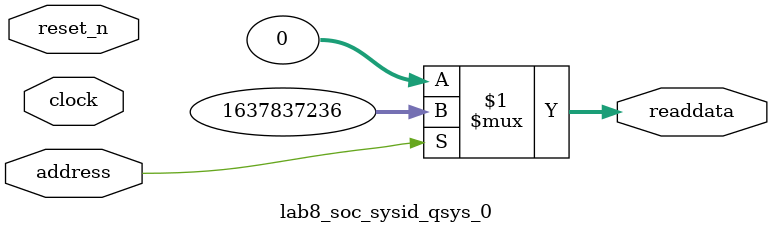
<source format=v>



// synthesis translate_off
`timescale 1ns / 1ps
// synthesis translate_on

// turn off superfluous verilog processor warnings 
// altera message_level Level1 
// altera message_off 10034 10035 10036 10037 10230 10240 10030 

module lab8_soc_sysid_qsys_0 (
               // inputs:
                address,
                clock,
                reset_n,

               // outputs:
                readdata
             )
;

  output  [ 31: 0] readdata;
  input            address;
  input            clock;
  input            reset_n;

  wire    [ 31: 0] readdata;
  //control_slave, which is an e_avalon_slave
  assign readdata = address ? 1637837236 : 0;

endmodule



</source>
